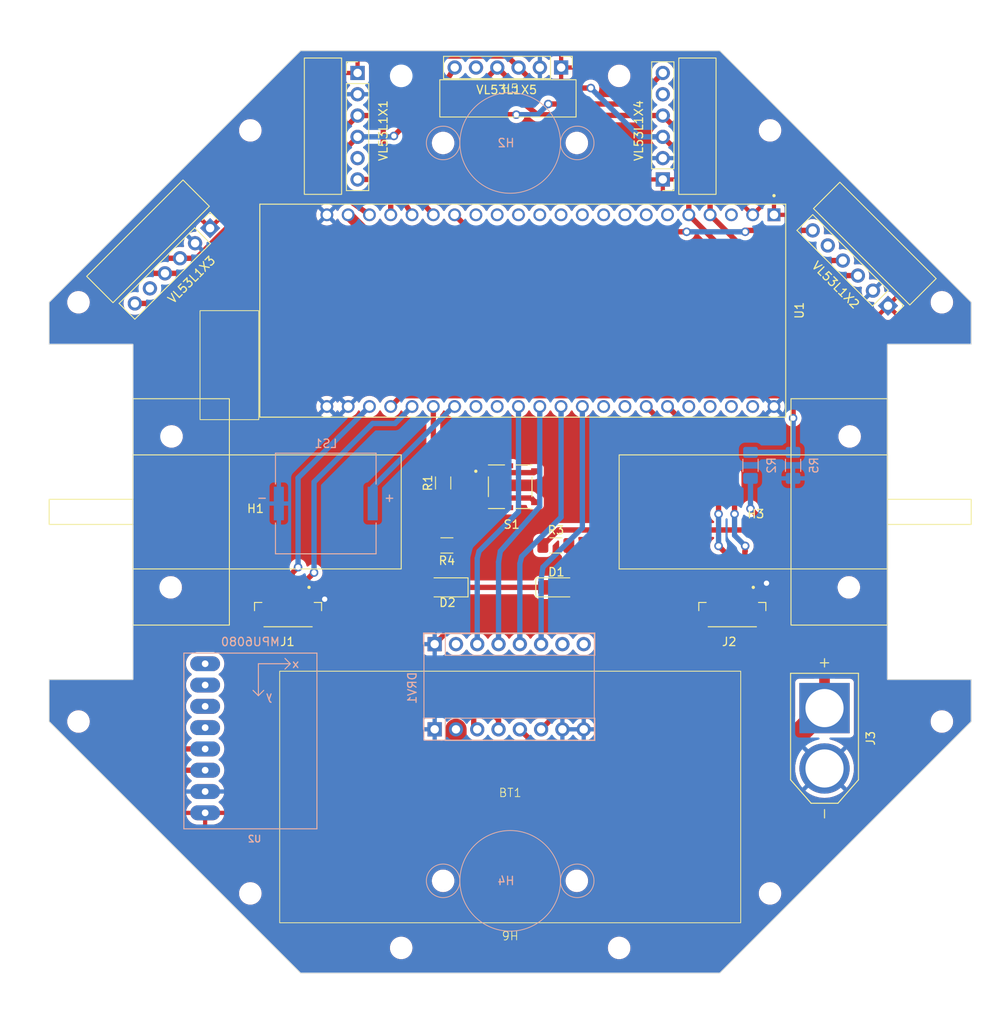
<source format=kicad_pcb>
(kicad_pcb (version 20240108) (generator "pcbnew") (generator_version "8.0")
  (layers (0 "F.Cu" signal) (31 "B.Cu" signal) (34 "B.Paste" user) (35 "F.Paste" user) (36 "B.SilkS" user "B.Silkscreen") (37 "F.SilkS" user "F.Silkscreen") (38 "B.Mask" user) (39 "F.Mask" user) (44 "Edge.Cuts" user))
  (net 0 "")
  (net 1 "GND")
  (net 2 "Net-(D1-A)")
  (net 3 "Net-(D2-A)")
  (net 4 "ENC_L2")
  (net 5 "ENC_L1")
  (net 6 "+3.3V")
  (net 7 "MOT_L2")
  (net 8 "MOT_L1")
  (net 10 "ENC_R2")
  (net 11 "ENC_R1")
  (net 12 "MOT_R2")
  (net 13 "MOT_R1")
  (net 15 "+BATT")
  (net 16 "buzzer")
  (net 17 "Vmes")
  (net 18 "SCL")
  (net 19 "SDA")
  (net 21 "XSHUT_L")
  (net 23 "XSHUT_FR")
  (net 25 "XSHUT_FL")
  (net 27 "XSHUT_R")
  (net 28 "XSHUT_F")
  (net 30 "DRV_L1")
  (net 31 "DRV_L2")
  (net 32 "DRV_R1")
  (net 33 "DRV_R2")
  (net 37 "button")
  (net 57 "Net-(S1-PadG1)")
  (footprint "footprints:JST_SH_6pins" (layer "F.Cu") (at 98.500006 108.000013 180)
    (property "Reference" "J1" (at 0.075006 -2.489987 0) (layer "F.SilkS"))
    (property "Value" "Left motor")
    (pad "1" smd rect (at -2.5 2.525 180) (size 0.6 1.55) (layers "F.Cu" "F.Paste" "F.Mask") (net 1 "GND"))
    (pad "2" smd rect (at -1.5 2.525 180) (size 0.6 1.55) (layers "F.Cu" "F.Paste" "F.Mask") (net 4 "ENC_L2"))
    (pad "3" smd rect (at -0.5 2.525 180) (size 0.6 1.55) (layers "F.Cu" "F.Paste" "F.Mask") (net 5 "ENC_L1"))
    (pad "4" smd rect (at 0.5 2.525 180) (size 0.6 1.55) (layers "F.Cu" "F.Paste" "F.Mask") (net 6 "+3.3V"))
    (pad "5" smd rect (at 1.5 2.525 180) (size 0.6 1.55) (layers "F.Cu" "F.Paste" "F.Mask") (net 7 "MOT_L2"))
    (pad "6" smd rect (at 2.5 2.525 180) (size 0.6 1.55) (layers "F.Cu" "F.Paste" "F.Mask") (net 8 "MOT_L1"))
    (pad "S1" smd rect (at -3.8 0 180) (size 1.2 1.8) (layers "F.Cu" "F.Paste" "F.Mask"))
    (pad "S2" smd rect (at 3.8 0 180) (size 1.2 1.8) (layers "F.Cu" "F.Paste" "F.Mask"))
  )
  (footprint "footprints:Micromouse_bumper" (layer "F.Cu") (at 125 40)
    (property "Reference" "H5" (at 0 4.5 0) (layer "F.SilkS") (effects (font (thickness 0.1))))
    (property "Value" "Bumper_front")
    (pad "" np_thru_hole circle (at -51.5 30) (size 2.2 2.2) (drill 2.2) (layers "*.Cu" "*.Mask"))
    (pad "" np_thru_hole circle (at -31 9.5) (size 2.2 2.2) (drill 2.2) (layers "*.Cu" "*.Mask"))
    (pad "" np_thru_hole circle (at -13 3) (size 2.2 2.2) (drill 2.2) (layers "*.Cu" "*.Mask"))
    (pad "" np_thru_hole circle (at 13 3) (size 2.2 2.2) (drill 2.2) (layers "*.Cu" "*.Mask"))
    (pad "" np_thru_hole circle (at 31 9.5) (size 2.2 2.2) (drill 2.2) (layers "*.Cu" "*.Mask"))
    (pad "" np_thru_hole circle (at 51.5 30) (size 2.2 2.2) (drill 2.2) (layers "*.Cu" "*.Mask"))
  )
  (footprint "footprints:TinyTronics_VL53L1X_header_front" (layer "F.Cu") (at 131.08 42 -90)
    (property "Reference" "VL53L1X5" (at 2.667 6.5 0) (layer "F.SilkS"))
    (property "Value" "Front")
    (pad "1" thru_hole rect (at 0 0 270) (size 1.7 1.7) (drill 1) (layers "*.Cu" "*.Mask") (net 6 "+3.3V"))
    (pad "2" thru_hole oval (at 0 2.54 270) (size 1.7 1.7) (drill 1) (layers "*.Cu" "*.Mask") (net 1 "GND"))
    (pad "3" thru_hole oval (at 0 5.08 270) (size 1.7 1.7) (drill 1) (layers "*.Cu" "*.Mask") (net 18 "SCL"))
    (pad "4" thru_hole oval (at 0 7.62 270) (size 1.7 1.7) (drill 1) (layers "*.Cu" "*.Mask") (net 19 "SDA"))
    (pad "5" thru_hole oval (at 0 10.16 270) (size 1.7 1.7) (drill 1) (layers "*.Cu" "*.Mask"))
    (pad "6" thru_hole oval (at 0 12.7 270) (size 1.7 1.7) (drill 1) (layers "*.Cu" "*.Mask") (net 28 "XSHUT_F"))
  )
  (footprint "footprints:Polulu_Micro_Gearmotor" (layer "F.Cu") (at 91.499995 94.999988 180)
    (property "Reference" "H1" (at -3.115 0.385 0) (layer "F.SilkS"))
    (property "Value" "Motor_holes")
    (pad "" np_thru_hole circle (at 6.9 9 180) (size 2.2 2.2) (drill 2.2) (layers "*.Cu" "*.Mask"))
    (pad "" np_thru_hole circle (at 7 -9 180) (size 2.2 2.2) (drill 2.2) (layers "*.Cu" "*.Mask"))
  )
  (footprint "footprints:TinyTronics_VL53L1X" (layer "F.Cu") (at 143.207511 55.350004 180)
    (property "Reference" "VL53L1X4" (at 2.8725 5.82 90) (layer "F.SilkS"))
    (property "Value" "Right")
    (pad "1" thru_hole rect (at 0 0 180) (size 1.7 1.7) (drill 1) (layers "*.Cu" "*.Mask") (net 6 "+3.3V"))
    (pad "2" thru_hole oval (at 0 2.54 180) (size 1.7 1.7) (drill 1) (layers "*.Cu" "*.Mask") (net 1 "GND"))
    (pad "3" thru_hole oval (at 0 5.08 180) (size 1.7 1.7) (drill 1) (layers "*.Cu" "*.Mask") (net 18 "SCL"))
    (pad "4" thru_hole oval (at 0 7.62 180) (size 1.7 1.7) (drill 1) (layers "*.Cu" "*.Mask") (net 19 "SDA"))
    (pad "5" thru_hole oval (at 0 10.16 180) (size 1.7 1.7) (drill 1) (layers "*.Cu" "*.Mask"))
    (pad "6" thru_hole oval (at 0 12.7 180) (size 1.7 1.7) (drill 1) (layers "*.Cu" "*.Mask") (net 27 "XSHUT_R"))
  )
  (footprint "footprints:LiPo_2S1P_Battery" (layer "F.Cu") (at 125 129)
    (property "Reference" "BT1" (at 0 -0.5 0) (layer "F.SilkS") (effects (font (thickness 0.1))))
    (property "Value" "Battery")
  )
  (footprint "footprints:Polulu_Micro_Gearmotor" (layer "F.Cu") (at 158.499988 94.999988)
    (property "Reference" "H3" (at -4.195 0.25 0) (layer "F.SilkS"))
    (property "Value" "Motor_holes")
    (pad "" np_thru_hole circle (at 6.9 9) (size 2.2 2.2) (drill 2.2) (layers "*.Cu" "*.Mask"))
    (pad "" np_thru_hole circle (at 7 -9) (size 2.2 2.2) (drill 2.2) (layers "*.Cu" "*.Mask"))
  )
  (footprint "LED_SMD:LED_1206_3216Metric_Pad1.42x1.75mm_HandSolder" (layer "F.Cu") (at 117.5125 104 180)
    (property "Reference" "D2" (at 0 -1.82 180) (layer "F.SilkS"))
    (property "Value" "LED_3V3")
    (pad "1" smd roundrect (at -1.4875 0 180) (size 1.425 1.75) (layers "F.Cu" "F.Paste" "F.Mask") (roundrect_rratio 0.175439) (net 1 "GND"))
    (pad "2" smd roundrect (at 1.4875 0 180) (size 1.425 1.75) (layers "F.Cu" "F.Paste" "F.Mask") (roundrect_rratio 0.175439) (net 3 "Net-(D2-A)"))
  )
  (footprint "footprints:JST_SH_6pins" (layer "F.Cu") (at 151.500002 108.000013 180)
    (property "Reference" "J2" (at 0.370002 -2.489987 0) (layer "F.SilkS"))
    (property "Value" "Right motor")
    (pad "1" smd rect (at -2.5 2.525 180) (size 0.6 1.55) (layers "F.Cu" "F.Paste" "F.Mask") (net 1 "GND"))
    (pad "2" smd rect (at -1.5 2.525 180) (size 0.6 1.55) (layers "F.Cu" "F.Paste" "F.Mask") (net 10 "ENC_R2"))
    (pad "3" smd rect (at -0.5 2.525 180) (size 0.6 1.55) (layers "F.Cu" "F.Paste" "F.Mask") (net 11 "ENC_R1"))
    (pad "4" smd rect (at 0.5 2.525 180) (size 0.6 1.55) (layers "F.Cu" "F.Paste" "F.Mask") (net 6 "+3.3V"))
    (pad "5" smd rect (at 1.5 2.525 180) (size 0.6 1.55) (layers "F.Cu" "F.Paste" "F.Mask") (net 12 "MOT_R2"))
    (pad "6" smd rect (at 2.5 2.525 180) (size 0.6 1.55) (layers "F.Cu" "F.Paste" "F.Mask") (net 13 "MOT_R1"))
    (pad "S1" smd rect (at -3.8 0 180) (size 1.2 1.8) (layers "F.Cu" "F.Paste" "F.Mask"))
    (pad "S2" smd rect (at 3.8 0 180) (size 1.2 1.8) (layers "F.Cu" "F.Paste" "F.Mask"))
  )
  (footprint "Resistor_SMD:R_1206_3216Metric_Pad1.30x1.75mm_HandSolder" (layer "F.Cu") (at 117 91.55 90)
    (property "Reference" "R1" (at 0 -1.82 270) (layer "F.SilkS"))
    (property "Value" "20k")
    (pad "1" smd roundrect (at -1.55 0 90) (size 1.3 1.75) (layers "F.Cu" "F.Paste" "F.Mask") (roundrect_rratio 0.192308) (net 6 "+3.3V"))
    (pad "2" smd roundrect (at 1.55 0 90) (size 1.3 1.75) (layers "F.Cu" "F.Paste" "F.Mask") (roundrect_rratio 0.192308) (net 37 "button"))
  )
  (footprint "footprints:SW_PTS526_SMG15_SMTR2_LFS" (layer "F.Cu") (at 125 92)
    (property "Reference" "S1" (at 0.175 4.500012 0) (layer "F.SilkS"))
    (property "Value" "PTS526_SMG15_SMTR2_LFS")
    (pad "1" smd rect (at -3 -1.85) (size 1 0.7) (layers "F.Cu" "F.Paste" "F.Mask") (net 37 "button"))
    (pad "2" smd rect (at 3 -1.85) (size 1 0.7) (layers "F.Cu" "F.Paste" "F.Mask") (net 37 "button"))
    (pad "3" smd rect (at -3 1.85) (size 1 0.7) (layers "F.Cu" "F.Paste" "F.Mask") (net 1 "GND"))
    (pad "4" smd rect (at 3 1.85) (size 1 0.7) (layers "F.Cu" "F.Paste" "F.Mask") (net 1 "GND"))
    (pad "G1" smd rect (at 0 -2.5) (size 0.7 0.6) (layers "F.Cu" "F.Paste" "F.Mask") (net 57 "Net-(S1-PadG1)"))
    (pad "G2" smd rect (at 0 2.5) (size 0.7 0.6) (layers "F.Cu" "F.Paste" "F.Mask") (net 57 "Net-(S1-PadG1)"))
  )
  (footprint "footprints:TinyTronics_VL53L1X" (layer "F.Cu") (at 170.071542 70.408724 -135)
    (property "Reference" "VL53L1X2" (at 2.671331 6.155546 135) (layer "F.SilkS"))
    (property "Value" "Front-right")
    (pad "1" thru_hole rect (at 0 0 225) (size 1.7 1.7) (drill 1) (layers "*.Cu" "*.Mask") (net 6 "+3.3V"))
    (pad "2" thru_hole oval (at 0 2.54 225) (size 1.7 1.7) (drill 1) (layers "*.Cu" "*.Mask") (net 1 "GND"))
    (pad "3" thru_hole oval (at 0 5.079999 225) (size 1.7 1.7) (drill 1) (layers "*.Cu" "*.Mask") (net 18 "SCL"))
    (pad "4" thru_hole oval (at 0 7.62 225) (size 1.7 1.7) (drill 1) (layers "*.Cu" "*.Mask") (net 19 "SDA"))
    (pad "5" thru_hole oval (at 0 10.16 225) (size 1.7 1.7) (drill 1) (layers "*.Cu" "*.Mask"))
    (pad "6" thru_hole oval (at 0 12.7 225) (size 1.7 1.7) (drill 1) (layers "*.Cu" "*.Mask") (net 23 "XSHUT_FR"))
  )
  (footprint "footprints:Micromouse_bumper" (layer "F.Cu") (at 125 150 180)
    (property "Reference" "H6" (at 0 4.5 180) (layer "F.SilkS") (effects (font (thickness 0.1))))
    (property "Value" "Bumper_back")
    (pad "" np_thru_hole circle (at -51.5 30 180) (size 2.2 2.2) (drill 2.2) (layers "*.Cu" "*.Mask"))
    (pad "" np_thru_hole circle (at -31 9.5 180) (size 2.2 2.2) (drill 2.2) (layers "*.Cu" "*.Mask"))
    (pad "" np_thru_hole circle (at -13 3 180) (size 2.2 2.2) (drill 2.2) (layers "*.Cu" "*.Mask"))
    (pad "" np_thru_hole circle (at 13 3 180) (size 2.2 2.2) (drill 2.2) (layers "*.Cu" "*.Mask"))
    (pad "" np_thru_hole circle (at 31 9.5 180) (size 2.2 2.2) (drill 2.2) (layers "*.Cu" "*.Mask"))
    (pad "" np_thru_hole circle (at 51.5 30 180) (size 2.2 2.2) (drill 2.2) (layers "*.Cu" "*.Mask"))
  )
  (footprint "footprints:TinyTronics_VL53L1X" (layer "F.Cu") (at 89.201219 61.15845 -45)
    (property "Reference" "VL53L1X3" (at 2.789771 5.909826 45) (layer "F.SilkS"))
    (property "Value" "Front-left")
    (pad "1" thru_hole rect (at 0 0 315) (size 1.7 1.7) (drill 1) (layers "*.Cu" "*.Mask") (net 6 "+3.3V"))
    (pad "2" thru_hole oval (at 0 2.54 315) (size 1.7 1.7) (drill 1) (layers "*.Cu" "*.Mask") (net 1 "GND"))
    (pad "3" thru_hole oval (at 0 5.079999 315) (size 1.7 1.7) (drill 1) (layers "*.Cu" "*.Mask") (net 18 "SCL"))
    (pad "4" thru_hole oval (at 0 7.62 315) (size 1.7 1.7) (drill 1) (layers "*.Cu" "*.Mask") (net 19 "SDA"))
    (pad "5" thru_hole oval (at 0 10.16 315) (size 1.7 1.7) (drill 1) (layers "*.Cu" "*.Mask"))
    (pad "6" thru_hole oval (at 0 12.7 315) (size 1.7 1.7) (drill 1) (layers "*.Cu" "*.Mask") (net 25 "XSHUT_FL"))
  )
  (footprint "LED_SMD:LED_1206_3216Metric_Pad1.42x1.75mm_HandSolder" (layer "F.Cu") (at 130.5125 104)
    (property "Reference" "D1" (at 0 -1.82 0) (layer "F.SilkS"))
    (property "Value" "LED_VBAT")
    (pad "1" smd roundrect (at -1.4875 0) (size 1.425 1.75) (layers "F.Cu" "F.Paste" "F.Mask") (roundrect_rratio 0.175439) (net 1 "GND"))
    (pad "2" smd roundrect (at 1.4875 0) (size 1.425 1.75) (layers "F.Cu" "F.Paste" "F.Mask") (roundrect_rratio 0.175439) (net 2 "Net-(D1-A)"))
  )
  (footprint "Resistor_SMD:R_1206_3216Metric_Pad1.30x1.75mm_HandSolder" (layer "F.Cu") (at 117.45 99 180)
    (property "Reference" "R4" (at 0 -1.82 180) (layer "F.SilkS"))
    (property "Value" "220")
    (pad "1" smd roundrect (at -1.55 0 180) (size 1.3 1.75) (layers "F.Cu" "F.Paste" "F.Mask") (roundrect_rratio 0.192308) (net 6 "+3.3V"))
    (pad "2" smd roundrect (at 1.55 0 180) (size 1.3 1.75) (layers "F.Cu" "F.Paste" "F.Mask") (roundrect_rratio 0.192308) (net 3 "Net-(D2-A)"))
  )
  (footprint "footprints:AMASS_XT60-M" (layer "F.Cu") (at 162.500005 122.00001 -90)
    (property "Reference" "J3" (at -0.00001 -5.499995 90) (layer "F.SilkS"))
    (property "Value" "XT60-M")
    (pad "N" thru_hole circle (at 3.6 0 270) (size 6 6) (drill 4.55) (layers "*.Cu" "*.Mask") (net 1 "GND"))
    (pad "P" thru_hole rect (at -3.6 0 270) (size 6 6) (drill 4.55) (layers "*.Cu" "*.Mask") (net 15 "+BATT"))
  )
  (footprint "Resistor_SMD:R_1206_3216Metric_Pad1.30x1.75mm_HandSolder" (layer "F.Cu") (at 130.45 99)
    (property "Reference" "R3" (at 0 -1.82 0) (layer "F.SilkS"))
    (property "Value" "220")
    (pad "1" smd roundrect (at -1.55 0) (size 1.3 1.75) (layers "F.Cu" "F.Paste" "F.Mask") (roundrect_rratio 0.192308) (net 15 "+BATT"))
    (pad "2" smd roundrect (at 1.55 0) (size 1.3 1.75) (layers "F.Cu" "F.Paste" "F.Mask") (roundrect_rratio 0.192308) (net 2 "Net-(D1-A)"))
  )
  (footprint "footprints:TinyTronics_VL53L1X" (layer "F.Cu") (at 106.792497 42.650004)
    (property "Reference" "VL53L1X1" (at 3.0625 6.88 90) (layer "F.SilkS"))
    (property "Value" "Left")
    (pad "1" thru_hole rect (at 0 0) (size 1.7 1.7) (drill 1) (layers "*.Cu" "*.Mask") (net 6 "+3.3V"))
    (pad "2" thru_hole oval (at 0 2.54) (size 1.7 1.7) (drill 1) (layers "*.Cu" "*.Mask") (net 1 "GND"))
    (pad "3" thru_hole oval (at 0 5.08) (size 1.7 1.7) (drill 1) (layers "*.Cu" "*.Mask") (net 18 "SCL"))
    (pad "4" thru_hole oval (at 0 7.62) (size 1.7 1.7) (drill 1) (layers "*.Cu" "*.Mask") (net 19 "SDA"))
    (pad "5" thru_hole oval (at 0 10.16) (size 1.7 1.7) (drill 1) (layers "*.Cu" "*.Mask"))
    (pad "6" thru_hole oval (at 0 12.7) (size 1.7 1.7) (drill 1) (layers "*.Cu" "*.Mask") (net 21 "XSHUT_L"))
  )
  (footprint "footprints:XCVR_ESP32-S3-DEVKITC-1U-N8R2" (layer "F.Cu") (at 126.5 71 -90)
    (property "Reference" "U1" (at -0.025 -33 90) (layer "F.SilkS"))
    (property "Value" "ESP32-S3-DEVKITC-1U-N8R2")
    (pad "J1_1" thru_hole rect (at -11.43 -29.97 270) (size 1.53 1.53) (drill 1.02) (layers "*.Cu" "*.Mask") (net 6 "+3.3V"))
    (pad "J1_2" thru_hole circle (at -11.43 -27.43 270) (size 1.53 1.53) (drill 1.02) (layers "*.Cu" "*.Mask") (net 6 "+3.3V"))
    (pad "J1_3" thru_hole circle (at -11.43 -24.89 270) (size 1.53 1.53) (drill 1.02) (layers "*.Cu" "*.Mask"))
    (pad "J1_4" thru_hole circle (at -11.43 -22.35 270) (size 1.53 1.53) (drill 1.02) (layers "*.Cu" "*.Mask") (net 19 "SDA"))
    (pad "J1_5" thru_hole circle (at -11.43 -19.81 270) (size 1.53 1.53) (drill 1.02) (layers "*.Cu" "*.Mask") (net 18 "SCL"))
    (pad "J1_6" thru_hole circle (at -11.43 -17.27 270) (size 1.53 1.53) (drill 1.02) (layers "*.Cu" "*.Mask"))
    (pad "J1_7" thru_hole circle (at -11.43 -14.73 270) (size 1.53 1.53) (drill 1.02) (layers "*.Cu" "*.Mask"))
    (pad "J1_8" thru_hole circle (at -11.43 -12.19 270) (size 1.53 1.53) (drill 1.02) (layers "*.Cu" "*.Mask"))
    (pad "J1_9" thru_hole circle (at -11.43 -9.65 270) (size 1.53 1.53) (drill 1.02) (layers "*.Cu" "*.Mask"))
    (pad "J1_10" thru_hole circle (at -11.43 -7.11 270) (size 1.53 1.53) (drill 1.02) (layers "*.Cu" "*.Mask"))
    (pad "J1_11" thru_hole circle (at -11.43 -4.57 270) (size 1.53 1.53) (drill 1.02) (layers "*.Cu" "*.Mask"))
    (pad "J1_12" thru_hole circle (at -11.43 -2.03 270) (size 1.53 1.53) (drill 1.02) (layers "*.Cu" "*.Mask"))
    (pad "J1_13" thru_hole circle (at -11.43 0.51 270) (size 1.53 1.53) (drill 1.02) (layers "*.Cu" "*.Mask"))
    (pad "J1_14" thru_hole circle (at -11.43 3.05 270) (size 1.53 1.53) (drill 1.02) (layers "*.Cu" "*.Mask"))
    (pad "J1_15" thru_hole circle (at -11.43 5.59 270) (size 1.53 1.53) (drill 1.02) (layers "*.Cu" "*.Mask"))
    (pad "J1_16" thru_hole circle (at -11.43 8.13 270) (size 1.53 1.53) (drill 1.02) (layers "*.Cu" "*.Mask") (net 23 "XSHUT_FR"))
    (pad "J1_17" thru_hole circle (at -11.43 10.67 270) (size 1.53 1.53) (drill 1.02) (layers "*.Cu" "*.Mask") (net 27 "XSHUT_R"))
    (pad "J1_18" thru_hole circle (at -11.43 13.21 270) (size 1.53 1.53) (drill 1.02) (layers "*.Cu" "*.Mask") (net 28 "XSHUT_F"))
    (pad "J1_19" thru_hole circle (at -11.43 15.75 270) (size 1.53 1.53) (drill 1.02) (layers "*.Cu" "*.Mask") (net 21 "XSHUT_L"))
    (pad "J1_20" thru_hole circle (at -11.43 18.29 270) (size 1.53 1.53) (drill 1.02) (layers "*.Cu" "*.Mask") (net 25 "XSHUT_FL"))
    (pad "J1_21" thru_hole circle (at -11.43 20.83 270) (size 1.53 1.53) (drill 1.02) (layers "*.Cu" "*.Mask") (net 15 "+BATT"))
    (pad "J1_22" thru_hole circle (at -11.43 23.37 270) (size 1.53 1.53) (drill 1.02) (layers "*.Cu" "*.Mask") (net 1 "GND"))
    (pad "J3_1" thru_hole circle (at 11.43 -29.97 270) (size 1.53 1.53) (drill 1.02) (layers "*.Cu" "*.Mask") (net 1 "GND"))
    (pad "J3_2" thru_hole circle (at 11.43 -27.43 270) (size 1.53 1.53) (drill 1.02) (layers "*.Cu" "*.Mask"))
    (pad "J3_3" thru_hole circle (at 11.43 -24.89 270) (size 1.53 1.53) (drill 1.02) (layers "*.Cu" "*.Mask"))
    (pad "J3_4" thru_hole circle (at 11.43 -22.35 270) (size 1.53 1.53) (drill 1.02) (layers "*.Cu" "*.Mask"))
    (pad "J3_5" thru_hole circle (at 11.43 -19.81 270) (size 1.53 1.53) (drill 1.02) (layers "*.Cu" "*.Mask"))
    (pad "J3_6" thru_hole circle (at 11.43 -17.27 270) (size 1.53 1.53) (drill 1.02) (layers "*.Cu" "*.Mask") (net 10 "ENC_R2"))
    (pad "J3_7" thru_hole circle (at 11.43 -14.73 270) (size 1.53 1.53) (drill 1.02) (layers "*.Cu" "*.Mask") (net 11 "ENC_R1"))
    (pad "J3_8" thru_hole circle (at 11.43 -12.19 270) (size 1.53 1.53) (drill 1.02) (layers "*.Cu" "*.Mask"))
    (pad "J3_9" thru_hole circle (at 11.43 -9.65 270) (size 1.53 1.53) (drill 1.02) (layers "*.Cu" "*.Mask"))
    (pad "J3_10" thru_hole circle (at 11.43 -7.11 270) (size 1.53 1.53) (drill 1.02) (layers "*.Cu" "*.Mask") (net 32 "DRV_R1"))
    (pad "J3_11" thru_hole circle (at 11.43 -4.57 270) (size 1.53 1.53) (drill 1.02) (layers "*.Cu" "*.Mask") (net 33 "DRV_R2"))
    (pad "J3_12" thru_hole circle (at 11.43 -2.03 270) (size 1.53 1.53) (drill 1.02) (layers "*.Cu" "*.Mask") (net 31 "DRV_L2"))
    (pad "J3_13" thru_hole circle (at 11.43 0.51 270) (size 1.53 1.53) (drill 1.02) (layers "*.Cu" "*.Mask") (net 30 "DRV_L1"))
    (pad "J3_14" thru_hole circle (at 11.43 3.05 270) (size 1.53 1.53) (drill 1.02) (layers "*.Cu" "*.Mask"))
    (pad "J3_15" thru_hole circle (at 11.43 5.59 270) (size 1.53 1.53) (drill 1.02) (layers "*.Cu" "*.Mask"))
    (pad "J3_16" thru_hole circle (at 11.43 8.13 270) (size 1.53 1.53) (drill 1.02) (layers "*.Cu" "*.Mask") (net 16 "buzzer"))
    (pad "J3_17" thru_hole circle (at 11.43 10.67 270) (size 1.53 1.53) (drill 1.02) (layers "*.Cu" "*.Mask") (net 37 "button"))
    (pad "J3_18" thru_hole circle (at 11.43 13.21 270) (size 1.53 1.53) (drill 1.02) (layers "*.Cu" "*.Mask") (net 4 "ENC_L2"))
    (pad "J3_19" thru_hole circle (at 11.43 15.75 270) (size 1.53 1.53) (drill 1.02) (layers "*.Cu" "*.Mask") (net 17 "Vmes"))
    (pad "J3_20" thru_hole circle (at 11.43 18.29 270) (size 1.53 1.53) (drill 1.02) (layers "*.Cu" "*.Mask") (net 5 "ENC_L1"))
    (pad "J3_21" thru_hole circle (at 11.43 20.83 270) (size 1.53 1.53) (drill 1.02) (layers "*.Cu" "*.Mask") (net 1 "GND"))
    (pad "J3_22" thru_hole circle (at 11.43 23.37 270) (size 1.53 1.53) (drill 1.02) (layers "*.Cu" "*.Mask") (net 1 "GND"))
  )
  (footprint "footprints:GY-521" (layer "B.Cu") (at 97.5 122)
    (property "Reference" "U2" (at -3 12 0) (layer "B.SilkS") (effects (font (size 0.787402 0.787402)) (justify mirror)))
    (property "Value" "GY-521")
    (fp_text user "MPU6080" (at -3.5 -11.5 0) (layer "B.SilkS") (effects (justify mirror)))
    (fp_text user "x" (at 1.905 -8.89 0) (layer "B.SilkS") (effects (justify mirror)))
    (fp_text user "y" (at -1.27 -5.08 0) (layer "B.SilkS") (effects (justify mirror)))
    (pad "ADO" thru_hole oval (at -8.89 -6.35) (size 3.556 1.778) (drill 0.8) (layers "*.Cu" "*.Mask"))
    (pad "GND" thru_hole oval (at -8.89 6.35) (size 3.556 1.778) (drill 0.8) (layers "*.Cu" "*.Mask") (net 1 "GND"))
    (pad "INT" thru_hole oval (at -8.89 -8.89) (size 3.556 1.778) (drill 0.8) (layers "*.Cu" "*.Mask"))
    (pad "SCL" thru_hole oval (at -8.89 3.81) (size 3.556 1.778) (drill 0.8) (layers "*.Cu" "*.Mask") (net 18 "SCL"))
    (pad "SDA" thru_hole oval (at -8.89 1.27) (size 3.556 1.778) (drill 0.8) (layers "*.Cu" "*.Mask") (net 19 "SDA"))
    (pad "VCC" thru_hole oval (at -8.89 8.89) (size 3.556 1.778) (drill 0.8) (layers "*.Cu" "*.Mask") (net 6 "+3.3V"))
    (pad "XCL" thru_hole oval (at -8.89 -3.81) (size 3.556 1.778) (drill 0.8) (layers "*.Cu" "*.Mask"))
    (pad "XDA" thru_hole oval (at -8.89 -1.27) (size 3.556 1.778) (drill 0.8) (layers "*.Cu" "*.Mask"))
  )
  (footprint "Resistor_SMD:R_1206_3216Metric_Pad1.30x1.75mm_HandSolder" (layer "B.Cu") (at 158.75 89.45 -90)
    (property "Reference" "R5" (at 0 -2.5 90) (layer "B.SilkS") (effects (justify mirror)))
    (property "Value" "1k")
    (pad "1" smd roundrect (at -1.55 0 270) (size 1.3 1.75) (layers "B.Cu" "B.Paste" "B.Mask") (roundrect_rratio 0.192308) (net 17 "Vmes"))
    (pad "2" smd roundrect (at 1.55 0 270) (size 1.3 1.75) (layers "B.Cu" "B.Paste" "B.Mask") (roundrect_rratio 0.192308) (net 1 "GND"))
  )
  (footprint "footprints:caster_wheel_custom" (layer "B.Cu") (at 125 51 180)
    (property "Reference" "H2" (at 0.5 0 0) (layer "B.SilkS") (effects (justify mirror)))
    (property "Value" "Caster_wheel_holes")
    (pad "" np_thru_hole circle (at -7.95 0 180) (size 2.2 2.2) (drill 2.2) (layers "*.Cu" "*.Mask"))
    (pad "" np_thru_hole circle (at 8 0 180) (size 2.2 2.2) (drill 2.2) (layers "*.Cu" "*.Mask"))
  )
  (footprint "footprints:caster_wheel_custom" (layer "B.Cu") (at 125 139 180)
    (property "Reference" "H4" (at 0.5 0 0) (layer "B.SilkS") (effects (justify mirror)))
    (property "Value" "Caster_wheel_holes")
    (pad "" np_thru_hole circle (at -7.95 0 180) (size 2.2 2.2) (drill 2.2) (layers "*.Cu" "*.Mask"))
    (pad "" np_thru_hole circle (at 8 0 180) (size 2.2 2.2) (drill 2.2) (layers "*.Cu" "*.Mask"))
  )
  (footprint "footprints:SPKR_PKLCS1212E20A0-R1" (layer "B.Cu") (at 103 94 180)
    (property "Reference" "LS1" (at -0.01 7.135 180) (layer "B.SilkS") (effects (justify mirror)))
    (property "Value" "PKLCS1212E20A0-R1")
    (fp_text user "+" (at -7.6 0.7 180) (layer "B.SilkS") (effects (justify mirror)))
    (fp_text user "-" (at 7.6 0.7 180) (layer "B.SilkS") (effects (justify mirror)))
    (pad "N" smd rect (at 5.6 0 180) (size 1.2 4) (layers "B.Cu" "B.Paste" "B.Mask") (net 1 "GND"))
    (pad "P" smd rect (at -5.6 0 180) (size 1.2 4) (layers "B.Cu" "B.Paste" "B.Mask") (net 16 "buzzer"))
  )
  (footprint "Resistor_SMD:R_1206_3216Metric_Pad1.30x1.75mm_HandSolder" (layer "B.Cu") (at 153.67 89.45 90)
    (property "Reference" "R2" (at 0 2.5 270) (layer "B.SilkS") (effects (justify mirror)))
    (property "Value" "10k")
    (pad "1" smd roundrect (at -1.55 0 90) (size 1.3 1.75) (layers "B.Cu" "B.Paste" "B.Mask") (roundrect_rratio 0.192308) (net 15 "+BATT"))
    (pad "2" smd roundrect (at 1.55 0 90) (size 1.3 1.75) (layers "B.Cu" "B.Paste" "B.Mask") (roundrect_rratio 0.192308) (net 17 "Vmes"))
  )
  (footprint "footprints:Polulu_DRV8833" (layer "B.Cu") (at 125 116 -90)
    (property "Reference" "DRV1" (at 0 11.684 90) (layer "B.SilkS") (effects (justify mirror)))
    (property "Value" "DRV8833")
    (pad "1" thru_hole rect (at -5.228999 9.008999 270) (size 1.7 1.7) (drill 1) (layers "*.Cu" "*.Mask") (net 1 "GND"))
    (pad "2" thru_hole oval (at -5.229 6.469 270) (size 1.7 1.7) (drill 1) (layers "*.Cu" "*.Mask"))
    (pad "3" thru_hole oval (at -5.229 3.929 270) (size 1.7 1.7) (drill 1) (layers "*.Cu" "*.Mask") (net 30 "DRV_L1"))
    (pad "4" thru_hole oval (at -5.229 1.389 270) (size 1.7 1.7) (drill 1) (layers "*.Cu" "*.Mask") (net 31 "DRV_L2"))
    (pad "5" thru_hole oval (at -5.229 -1.151 270) (size 1.7 1.7) (drill 1) (layers "*.Cu" "*.Mask") (net 33 "DRV_R2"))
    (pad "6" thru_hole oval (at -5.229 -3.691 270) (size 1.7 1.7) (drill 1) (layers "*.Cu" "*.Mask") (net 32 "DRV_R1"))
    (pad "7" thru_hole oval (at -5.229 -6.231 270) (size 1.7 1.7) (drill 1) (layers "*.Cu" "*.Mask"))
    (pad "8" thru_hole oval (at -5.229 -8.771 270) (size 1.7 1.7) (drill 1) (layers "*.Cu" "*.Mask"))
    (pad "9" thru_hole rect (at 4.931001 9.008999 270) (size 1.7 1.7) (drill 1) (layers "*.Cu" "*.Mask") (net 1 "GND"))
    (pad "10" thru_hole oval (at 4.931001 6.468999 270) (size 1.7 1.7) (drill 1) (layers "*.Cu" "*.Mask") (net 15 "+BATT"))
    (pad "11" thru_hole oval (at 4.931001 3.928999 270) (size 1.7 1.7) (drill 1) (layers "*.Cu" "*.Mask") (net 8 "MOT_L1"))
    (pad "12" thru_hole oval (at 4.931001 1.389 270) (size 1.7 1.7) (drill 1) (layers "*.Cu" "*.Mask") (net 7 "MOT_L2"))
    (pad "13" thru_hole oval (at 4.931001 -1.151 270) (size 1.7 1.7) (drill 1) (layers "*.Cu" "*.Mask") (net 12 "MOT_R2"))
    (pad "14" thru_hole oval (at 4.931001 -3.691001 270) (size 1.7 1.7) (drill 1) (layers "*.Cu" "*.Mask") (net 13 "MOT_R1"))
    (pad "15" thru_hole oval (at 4.931001 -6.231001 270) (size 1.7 1.7) (drill 1) (layers "*.Cu" "*.Mask") (net 1 "GND"))
    (pad "16" thru_hole oval (at 4.931001 -8.771001 270) (size 1.7 1.7) (drill 1) (layers "*.Cu" "*.Mask") (net 1 "GND"))
  )
  (gr_rect (start 88 71) (end 95 84) (stroke (width 0.1)) (fill none) (layer "F.SilkS"))
  (gr_poly (pts (xy 180 70) (xy 180 75) (xy 170 75) (xy 170 115) (xy 180 115) (xy 180 120) (xy 150 150) (xy 100 150) (xy 70 120) (xy 70 115) (xy 80 115) (xy 80 75) (xy 70 75) (xy 70 70) (xy 100 40) (xy 150 40)) (stroke (width 0.1)) (fill none) (layer "Edge.Cuts"))
  (segment (start 119 104) (end 119 107.762002) (width 0.635) (layer "F.Cu") (net 1))
  (segment (start 123.825 93.345) (end 123.32 93.85) (width 0.635) (layer "F.Cu") (net 1))
  (segment (start 154.000002 105.079998) (end 155.575 103.505) (width 0.635) (layer "F.Cu") (net 1))
  (segment (start 102.804987 105.475013) (end 102.87 105.41) (width 0.635) (layer "F.Cu") (net 1))
  (segment (start 119 107.762002) (end 115.991001 110.771001) (width 0.635) (layer "F.Cu") (net 1))
  (segment (start 154.000002 105.475013) (end 154.000002 105.079998) (width 0.635) (layer "F.Cu") (net 1))
  (segment (start 128 93.85) (end 127.495 93.345) (width 0.635) (layer "F.Cu") (net 1))
  (segment (start 119 104) (end 129.025 104) (width 0.635) (layer "F.Cu") (net 1))
  (segment (start 127.495 93.345) (end 123.825 93.345) (width 0.635) (layer "F.Cu") (net 1))
  (segment (start 123.32 93.85) (end 122 93.85) (width 0.635) (layer "F.Cu") (net 1))
  (segment (start 101.000006 105.475013) (end 102.804987 105.475013) (width 0.635) (layer "F.Cu") (net 1))
  (via (at 155.575 103.505) (size 1.016) (drill 0.635) (layers "F.Cu" "B.Cu") (net 1))
  (via (at 102.87 105.41) (size 1.016) (drill 0.635) (layers "F.Cu" "B.Cu") (net 1))
  (segment (start 132 99) (end 132 104) (width 0.635) (layer "F.Cu") (net 2))
  (segment (start 115.9 103.875) (end 116.025 104) (width 0.635) (layer "F.Cu") (net 3))
  (segment (start 115.9 99) (end 115.9 103.875) (width 0.635) (layer "F.Cu") (net 3))
  (segment (start 100.000006 105.475013) (end 100.000006 103.834994) (width 0.635) (layer "F.Cu") (net 4))
  (segment (start 100.000006 103.834994) (end 101.6 102.235) (width 0.635) (layer "F.Cu") (net 4))
  (via (at 101.6 102.235) (size 1.016) (drill 0.635) (layers "F.Cu" "B.Cu") (net 4))
  (segment (start 108.585 84.455) (end 111.265 84.455) (width 0.635) (layer "B.Cu") (net 4))
  (segment (start 101.6 102.235) (end 101.6 91.44) (width 0.635) (layer "B.Cu") (net 4))
  (segment (start 111.265 84.455) (end 113.29 82.43) (width 0.635) (layer "B.Cu") (net 4))
  (segment (start 101.6 91.44) (end 108.585 84.455) (width 0.635) (layer "B.Cu") (net 4))
  (segment (start 99.000006 102.294994) (end 99.695 101.6) (width 0.635) (layer "F.Cu") (net 5))
  (segment (start 99.000006 105.475013) (end 99.000006 102.294994) (width 0.635) (layer "F.Cu") (net 5))
  (via (at 99.695 101.6) (size 1.016) (drill 0.635) (layers "F.Cu" "B.Cu") (net 5))
  (segment (start 99.695 90.945) (end 108.21 82.43) (width 0.635) (layer "B.Cu") (net 5))
  (segment (start 99.695 101.6) (end 99.695 90.945) (width 0.635) (layer "B.Cu") (net 5))
  (segment (start 117 97) (end 119 99) (width 0.635) (layer "F.Cu") (net 6))
  (segment (start 117 93.1) (end 117 97) (width 0.635) (layer "F.Cu") (net 6))
  (segment (start 107.889993 117.475) (end 97.000006 106.585013) (width 0.635) (layer "F.Cu") (net 7))
  (segment (start 123.611 120.931001) (end 123.611 119.801) (width 0.635) (layer "F.Cu") (net 7))
  (segment (start 97.000006 106.585013) (end 97.000006 105.475013) (width 0.635) (layer "F.Cu") (net 7))
  (segment (start 123.611 119.801) (end 121.285 117.475) (width 0.635) (layer "F.Cu") (net 7))
  (segment (start 121.285 117.475) (end 107.889993 117.475) (width 0.635) (layer "F.Cu") (net 7))
  (segment (start 107.859993 118.745) (end 120.65 118.745) (width 0.635) (layer "F.Cu") (net 8))
  (segment (start 96.000006 106.885013) (end 107.859993 118.745) (width 0.635) (layer "F.Cu") (net 8))
  (segment (start 120.65 120.51) (end 121.071001 120.931001) (width 0.635) (layer "F.Cu") (net 8))
  (segment (start 120.65 118.745) (end 120.65 120.51) (width 0.635) (layer "F.Cu") (net 8))
  (segment (start 96.000006 105.475013) (end 96.000006 106.885013) (width 0.635) (layer "F.Cu") (net 8))
  (segment (start 143.77 82.43) (end 151.765 90.425) (width 0.635) (layer "F.Cu") (net 10))
  (segment (start 153.035 99.06) (end 153.035 99.695) (width 0.635) (layer "F.Cu") (net 10))
  (segment (start 153.000002 99.729998) (end 153.000002 105.475013) (width 0.635) (layer "F.Cu") (net 10))
  (segment (start 153.035 99.695) (end 153.000002 99.729998) (width 0.635) (layer "F.Cu") (net 10))
  (segment (start 151.765 90.425) (end 151.765 95.25) (width 0.635) (layer "F.Cu") (net 10))
  (via (at 153.035 99.06) (size 1.016) (drill 0.635) (layers "F.Cu" "B.Cu") (net 10))
  (via (at 151.765 95.25) (size 1.016) (drill 0.635) (layers "F.Cu" "B.Cu") (net 10))
  (segment (start 151.765 95.25) (end 151.765 97.79) (width 0.635) (layer "B.Cu") (net 10))
  (segment (start 151.765 97.79) (end 153.035 99.06) (width 0.635) (layer "B.Cu") (net 10))
  (segment (start 149.86 91.06) (end 149.86 95.25) (width 0.635) (layer "F.Cu") (net 11))
  (segment (start 141.23 82.43) (end 149.86 91.06) (width 0.635) (layer "F.Cu") (net 11))
  (segment (start 152.000002 101.200002) (end 152.000002 105.475013) (width 0.635) (layer "F.Cu") (net 11))
  (segment (start 149.86 99.06) (end 152.000002 101.200002) (width 0.635) (layer "F.Cu") (net 11))
  (via (at 149.86 95.25) (size 1.016) (drill 0.635) (layers "F.Cu" "B.Cu") (net 11))
  (via (at 149.86 99.06) (size 1.016) (drill 0.635) (layers "F.Cu" "B.Cu") (net 11))
  (segment (start 149.86 95.25) (end 149.86 99.06) (width 0.635) (layer "B.Cu") (net 11))
  (segment (start 147.32 122.555) (end 149.86 120.65) (width 0.635) (layer "F.Cu") (net 12))
  (segment (start 127.774999 122.555) (end 147.32 122.555) (width 0.635) (layer "F.Cu") (net 12))
  (segment (start 149.86 120.65) (end 149.86 107.95) (width 0.635) (layer "F.Cu") (net 12))
  (segment (start 126.151 120.931001) (end 127.774999 122.555) (width 0.635) (layer "F.Cu") (net 12))
  (segment (start 149.86 107.95) (end 150.000002 107.809998) (width 0.635) (layer "F.Cu") (net 12))
  (segment (start 150.000002 107.809998) (end 150.000002 105.475013) (width 0.635) (layer "F.Cu") (net 12))
  (segment (start 130.175 119.447002) (end 128.691001 120.931001) (width 0.635) (layer "F.Cu") (net 13))
  (segment (start 128.691001 120.931001) (end 128.691001 120.863999) (width 0.635) (layer "F.Cu") (net 13))
  (segment (start 137.16 121.285) (end 135.255 119.38) (width 0.635) (layer "F.Cu") (net 13))
  (segment (start 135.255 119.38) (end 130.175 119.38) (width 0.635) (layer "F.Cu") (net 13))
  (segment (start 149.000002 118.334998) (end 146.05 121.285) (width 0.635) (layer "F.Cu") (net 13))
  (segment (start 130.175 119.38) (end 130.175 119.447002) (width 0.635) (layer "F.Cu") (net 13))
  (segment (start 146.05 121.285) (end 137.16 121.285) (width 0.635) (layer "F.Cu") (net 13))
  (segment (start 149.000002 105.475013) (end 149.000002 118.334998) (width 0.635) (layer "F.Cu") (net 13))
  (segment (start 154.305 97.155) (end 162.500005 97.155) (width 0.635) (layer "F.Cu") (net 15))
  (segment (start 118.531001 120.931001) (end 118.531001 122.133082) (width 2.54) (layer "F.Cu") (net 15))
  (segment (start 110.235 64.135) (end 147.32 64.135) (width 1.27) (layer "F.Cu") (net 15))
  (segment (start 130.745 97.155) (end 154.305 97.155) (width 0.635) (layer "F.Cu") (net 15))
  (segment (start 147.32 64.135) (end 162.500005 79.315005) (width 1.27) (layer "F.Cu") (net 15))
  (segment (start 154.305 95.25) (end 153.67 94.615) (width 0.635) (layer "F.Cu") (net 15))
  (segment (start 162.500005 97.155) (end 162.500005 118.40001) (width 1.27) (layer "F.Cu") (net 15))
  (segment (start 118.531001 122.133082) (end 120.740419 124.3425) (width 2.54) (layer "F.Cu") (net 15))
  (segment (start 156.557515 124.3425) (end 162.500005 118.40001) (width 2.54) (layer "F.Cu") (net 15))
  (segment (start 105.67 59.57) (end 110.235 64.135) (width 1.27) (layer "F.Cu") (net 15))
  (segment (start 162.500005 79.315005) (end 162.500005 97.155) (width 1.27) (layer "F.Cu") (net 15))
  (segment (start 154.305 97.155) (end 154.305 95.25) (width 0.635) (layer "F.Cu") (net 15))
  (segment (start 120.740419 124.3425) (end 156.557515 124.3425) (width 2.54) (layer "F.Cu") (net 15))
  (segment (start 128.9 99) (end 130.745 97.155) (width 0.635) (layer "F.Cu") (net 15))
  (via (at 153.67 94.615) (size 1.016) (drill 0.635) (layers "F.Cu" "B.Cu") (net 15))
  (segment (start 153.67 94.615) (end 153.67 91) (width 0.635) (layer "B.Cu") (net 15))
  (segment (start 108.6 92.06) (end 108.6 94) (width 0.635) (layer "B.Cu") (net 16))
  (segment (start 118.23 82.43) (end 108.6 92.06) (width 0.635) (layer "B.Cu") (net 16))
  (segment (start 118.37 82.43) (end 118.23 82.43) (width 0.635) (layer "B.Cu") (net 16))
  (segment (start 112.0325 81.1475) (end 157.3475 81.1475) (width 0.635) (layer "F.Cu") (net 17))
  (segment (start 157.3475 81.1475) (end 158.75 82.55) (width 0.635) (layer "F.Cu") (net 17))
  (segment (start 110.75 82.43) (end 112.0325 81.1475) (width 0.635) (layer "F.Cu") (net 17))
  (segment (start 158.75 82.55) (end 158.75 83.82) (width 0.635) (layer "F.Cu") (net 17))
  (via (at 158.75 83.82) (size 1.016) (drill 0.635) (layers "F.Cu" "B.Cu") (net 17))
  (segment (start 158.75 83.82) (end 158.75 87.9) (width 0.635) (layer "B.Cu") (net 17))
  (segment (start 153.67 87.9) (end 158.75 87.9) (width 0.635) (layer "B.Cu") (net 17))
  (segment (start 146.31 59.57) (end 146.31 53.372493) (width 0.635) (layer "F.Cu") (net 18))
  (segment (start 76.835 73.66) (end 80.01 73.66) (width 0.635) (layer "F.Cu") (net 18))
  (segment (start 85.609117 64.750552) (end 87.543055 64.750552) (width 0.635) (layer "F.Cu") (net 18))
  (segment (start 87.543055 64.750552) (end 99.06 53.34) (width 0.635) (layer "F.Cu") (net 18))
  (segment (start 81.28 123.825) (end 83.265 125.81) (width 0.635) (layer "F.Cu") (net 18))
  (segment (start 81.28 74.93) (end 81.28 123.825) (width 0.635) (layer "F.Cu") (net 18))
  (segment (start 83.675179 64.750552) (end 83.655731 64.77) (width 0.635) (layer "F.Cu") (net 18))
  (segment (start 146.31 53.372493) (end 143.207511 50.270004) (width 0.635) (layer "F.Cu") (net 18))
  (segment (start 153.556622 66.816622) (end 166.47944 66.816622) (width 0.635) (layer "F.Cu") (net 18))
  (segment (start 146.31 59.57) (end 153.556622 66.816622) (width 0.635) (layer "F.Cu") (net 18))
  (segment (start 99.06 53.34) (end 101.182501 53.34) (width 0.635) (layer "F.Cu") (net 18))
  (segment (start 76.2 69.215) (end 76.2 73.025) (width 0.635) (layer "F.Cu") (net 18))
  (segment (start 80.01 73.66) (end 81.28 74.93) (width 0.635) (layer "F.Cu") (net 18))
  (segment (start 108.585 43.18) (end 108.585 47.625) (width 0.635) (layer "F.Cu") (net 18))
  (segment (start 126 42) (end 124.6325 40.6325) (width 0.635) (layer "F.Cu") (net 18))
  (segment (start 83.265 125.81) (end 88.61 125.81) (width 0.635) (layer "F.Cu") (net 18))
  (segment (start 124.6325 40.6325) (end 111.1325 40.6325) (width 0.635) (layer "F.Cu") (net 18))
  (segment (start 83.655731 64.77) (end 80.645 64.77) (width 0.635) (layer "F.Cu") (net 18))
  (segment (start 76.2 73.025) (end 76.835 73.66) (width 0.635) (layer "F.Cu") (net 18))
  (segment (start 80.645 64.77) (end 76.2 69.215) (width 0.635) (layer "F.Cu") (net 18))
  (segment (start 108.479996 47.730004) (end 106.792497 47.730004) (width 0.635) (layer "F.Cu") (net 18))
  (segment (start 111.1325 40.6325) (end 108.585 43.18) (width 0.635) (layer "F.Cu") (net 18))
  (segment (start 128.45 44.45) (end 134.62 44.45) (width 0.635) (layer "F.Cu") (net 18))
  (segment (start 101.182501 53.34) (end 106.792497 47.730004) (width 0.635) (layer "F.Cu") (net 18))
  (segment (start 108.585 47.625) (end 108.479996 47.730004) (width 0.635) (layer "F.Cu") (net 18))
  (segment (start 126 42) (end 128.45 44.45) (width 0.635) (layer "F.Cu") (net 18))
  (segment (start 85.609117 64.750552) (end 83.675179 64.750552) (width 0.635) (layer "F.Cu") (net 18))
  (via (at 134.62 44.45) (size 1.016) (drill 0.635) (layers "F.Cu" "B.Cu") (net 18))
  (segment (start 134.62 44.45) (end 140.440004 50.270004) (width 0.635) (layer "B.Cu") (net 18))
  (segment (start 140.440004 50.270004) (end 143.207511 50.270004) (width 0.635) (layer "B.Cu") (net 18))
  (segment (start 128.27 47.625) (end 125.095 45.085) (width 0.635) (layer "F.Cu") (net 19))
  (segment (start 80.773396 66.546604) (end 77.47 69.85) (width 0.635) (layer "F.Cu") (net 19))
  (segment (start 87.123396 66.546604) (end 99.06 55.245) (width 0.635) (layer "F.Cu") (net 19))
  (segment (start 125.095 45.085) (end 124.46 44.45) (width 0.635) (layer "F.Cu") (net 19))
  (segment (start 124.46 44.45) (end 124.46 43) (width 0.635) (layer "F.Cu") (net 19))
  (segment (start 82.55 75.019132) (end 82.55 121.285) (width 0.635) (layer "F.Cu") (net 19))
  (segment (start 99.06 55.245) (end 103.505 55.245) (width 0.635) (layer "F.Cu") (net 19))
  (segment (start 143.207511 47.730004) (end 139.545004 47.730004) (width 0.635) (layer "F.Cu") (net 19))
  (segment (start 104.775 53.975) (end 104.775 52.07) (width 0.635) (layer "F.Cu") (net 19))
  (segment (start 148.85 59.57) (end 148.85 53.372493) (width 0.635) (layer "F.Cu") (net 19))
  (segment (start 77.905 72.825) (end 80.355868 72.825) (width 0.635) (layer "F.Cu") (net 19))
  (segment (start 105.627501 51.435) (end 106.792497 50.270004) (width 0.635) (layer "F.Cu") (net 19))
  (segment (start 105.41 51.435) (end 105.627501 51.435) (width 0.635) (layer "F.Cu") (net 19))
  (segment (start 83.813065 66.546604) (end 87.123396 66.546604) (width 0.635) (layer "F.Cu") (net 19))
  (segment (start 111.125 50.165) (end 115.57 45.72) (width 0.635) (layer "F.Cu") (net 19))
  (segment (start 119.74 45.72) (end 123.46 42) (width 0.635) (layer "F.Cu") (net 19))
  (segment (start 104.775 52.07) (end 105.41 51.435) (width 0.635) (layer "F.Cu") (net 19))
  (segment (start 82.55 121.285) (end 84.535 123.27) (width 0.635) (layer "F.Cu") (net 19))
  (segment (start 148.85 53.372493) (end 143.207511 47.730004) (width 0.635) (layer "F.Cu") (net 19))
  (segment (start 103.505 55.245) (end 104.775 53.975) (width 0.635) (layer "F.Cu") (net 19))
  (segment (start 115.57 45.72) (end 119.74 45.72) (width 0.635) (layer "F.Cu") (net 19))
  (segment (start 77.47 69.85) (end 77.47 71.955) (width 0.635) (layer "F.Cu") (net 19))
  (segment (start 77.47 71.955) (end 77.905 72.825) (width 0.635) (layer "F.Cu") (net 19))
  (segment (start 84.535 123.27) (end 88.61 123.27) (width 0.635) (layer "F.Cu") (net 19))
  (segment (start 80.355868 72.825) (end 82.55 75.019132) (width 0.635) (layer "F.Cu") (net 19))
  (segment (start 148.85 59.57) (end 154.30057 65.02057) (width 0.635) (layer "F.Cu") (net 19))
  (segment (start 139.545004 47.730004) (end 128.27 47.625) (width 0.635) (layer "F.Cu") (net 19))
  (segment (start 154.30057 65.02057) (end 164.683388 65.02057) (width 0.635) (layer "F.Cu") (net 19))
  (segment (start 124.46 43) (end 123.46 42) (width 0.635) (layer "F.Cu") (net 19))
  (segment (start 83.813065 66.546604) (end 80.773396 66.546604) (width 0.635) (layer "F.Cu") (net 19))
  (via (at 111.125 50.165) (size 1.016) (drill 0.635) (layers "F.Cu" "B.Cu") (net 19))
  (segment (start 111.019996 50.270004) (end 111.125 50.165) (width 0.635) (layer "B.Cu") (net 19))
  (segment (start 106.792497 50.270004) (end 111.019996 50.270004) (width 0.635) (layer "B.Cu") (net 19))
  (segment (start 108.690004 55.350004) (end 110.49 57.15) (width 0.635) (layer "F.Cu") (net 21))
  (segment (start 110.75 58.045) (end 110.75 59.57) (width 0.635) (layer "F.Cu") (net 21))
  (segment (start 106.792497 55.350004) (end 108.690004 55.350004) (width 0.635) (layer "F.Cu") (net 21))
  (segment (start 110.49 57.15) (end 110.49 57.785) (width 0.635) (layer "F.Cu") (net 21))
  (segment (start 110.49 57.785) (end 110.75 58.045) (width 0.635) (layer "F.Cu") (net 21))
  (segment (start 120.395 61.595) (end 118.37 59.57) (width 0.635) (layer "F.Cu") (net 23))
  (segment (start 153.201532 61.428468) (end 153.035 61.595) (width 0.635) (layer "F.Cu") (net 23))
  (segment (start 146.05 61.595) (end 120.395 61.595) (width 0.635) (layer "F.Cu") (net 23))
  (segment (start 161.091286 61.428468) (end 153.201532 61.428468) (width 0.635) (layer "F.Cu") (net 23))
  (via (at 146.05 61.595) (size 1.016) (drill 0.635) (layers "F.Cu" "B.Cu") (net 23))
  (via (at 153.035 61.595) (size 1.016) (drill 0.635) (layers "F.Cu" "B.Cu") (net 23))
  (segment (start 153.035 61.595) (end 146.05 61.595) (width 0.635) (layer "B.Cu") (net 23))
  (segment (start 108.21 59.57) (end 104.775 57.15) (width 0.635) (layer "F.Cu") (net 25))
  (segment (start 85.436294 70.138706) (end 80.220963 70.138706) (width 0.635) (layer "F.Cu") (net 25))
  (segment (start 104.775 57.15) (end 98.425 57.15) (width 0.635) (layer "F.Cu") (net 25))
  (segment (start 98.425 57.15) (end 85.436294 70.138706) (width 0.635) (layer "F.Cu") (net 25))
  (segment (start 113.665 57.15) (end 112.395 53.975) (width 0.635) (layer "F.Cu") (net 27))
  (segment (start 115.83 59.57) (end 113.665 57.15) (width 0.635) (layer "F.Cu") (net 27))
  (segment (start 139.502515 46.355) (end 143.207511 42.650004) (width 0.635) (layer "F.Cu") (net 27))
  (segment (start 112.395 53.975) (end 112.395 50.8) (width 0.635) (layer "F.Cu") (net 27))
  (segment (start 115.57 47.625) (end 125.73 47.625) (width 0.635) (layer "F.Cu") (net 27))
  (segment (start 112.395 50.8) (end 115.57 47.625) (width 0.635) (layer "F.Cu") (net 27))
  (segment (start 129.54 46.355) (end 139.502515 46.355) (width 0.635) (layer "F.Cu") (net 27))
  (via (at 129.54 46.355) (size 1.016) (drill 0.635) (layers "F.Cu" "B.Cu") (net 27))
  (via (at 125.73 47.625) (size 1.016) (drill 0.635) (layers "F.Cu" "B.Cu") (net 27))
  (segment (start 125.73 47.625) (end 128.27 47.625) (width 0.635) (layer "B.Cu") (net 27))
  (segment (start 128.27 47.625) (end 129.54 46.355) (width 0.635) (layer "B.Cu") (net 27))
  (segment (start 109.855 53.975) (end 113.29 59.57) (width 0.635) (layer "F.Cu") (net 28))
  (segment (start 114.935 44.45) (end 109.855 48.26) (width 0.635) (layer "F.Cu") (net 28))
  (segment (start 109.855 48.26) (end 109.855 53.975) (width 0.635) (layer "F.Cu") (net 28))
  (segment (start 118.38 42) (end 116.84 44.45) (width 0.635) (layer "F.Cu") (net 28))
  (segment (start 116.84 44.45) (end 114.935 44.45) (width 0.635) (layer "F.Cu") (net 28))
  (segment (start 121.285 99.695) (end 121.071 100.544) (width 0.635) (layer "B.Cu") (net 30))
  (segment (start 125.99 94.99) (end 121.285 99.695) (width 0.635) (layer "B.Cu") (net 30))
  (segment (start 121.071 100.544) (end 121.071 110.771) (width 0.635) (layer "B.Cu") (net 30))
  (segment (start 125.99 82.43) (end 125.99 94.99) (width 0.635) (layer "B.Cu") (net 30))
  (segment (start 123.611 100.965) (end 123.611 110.771) (width 0.635) (layer "B.Cu") (net 31))
  (segment (start 123.825 99.695) (end 123.611 100.965) (width 0.635) (layer "B.Cu") (net 31))
  (segment (start 128.53 82.43) (end 128.53 94.355) (width 0.635) (layer "B.Cu") (net 31))
  (segment (start 128.53 94.355) (end 123.825 99.695) (width 0.635) (layer "B.Cu") (net 31))
  (segment (start 128.691 103.084) (end 128.691 110.771) (width 0.635) (layer "B.Cu") (net 32))
  (segment (start 133.61 82.43) (end 133.61 96.895) (width 0.635) (layer "B.Cu") (net 32))
  (segment (start 133.61 96.895) (end 128.905 101.6) (width 0.635) (layer "B.Cu") (net 32))
  (segment (start 128.905 101.6) (end 128.691 103.084) (width 0.635) (layer "B.Cu") (net 32))
  (segment (start 126.365 100.33) (end 126.151 101.179) (width 0.635) (layer "B.Cu") (net 33))
  (segment (start 131.07 95.625) (end 126.365 100.33) (width 0.635) (layer "B.Cu") (net 33))
  (segment (start 131.07 82.43) (end 131.07 95.625) (width 0.635) (layer "B.Cu") (net 33))
  (segment (start 126.151 101.179) (end 126.151 110.771) (width 0.635) (layer "B.Cu") (net 33))
  (segment (start 115.83 88.83) (end 117 90) (width 0.635) (layer "F.Cu") (net 37))
  (segment (start 122 90.15) (end 122.1675 90.3175) (width 0.635) (layer "F.Cu") (net 37))
  (segment (start 115.83 82.43) (end 115.83 88.83) (width 0.635) (layer "F.Cu") (net 37))
  (segment (start 127.8325 90.3175) (end 128 90.15) (width 0.635) (layer "F.Cu") (net 37))
  (segment (start 117 90) (end 121.85 90) (width 0.635) (layer "F.Cu") (net 37))
  (segment (start 121.85 90) (end 122 90.15) (width 0.635) (layer "F.Cu") (net 37))
  (segment (start 122.1675 90.3175) (end 127.8325 90.3175) (width 0.635) (layer "F.Cu") (net 37))
  (zone (net 6) (net_name "+3.3V") (layer "F.Cu") (connect_pads (clearance 0.508)) (min_thickness 0.254) (fill yes (thermal_gap 0.508) (thermal_bridge_width 0.508))
    (polygon (pts (xy 184.15 153.67) (xy 64.135 153.67) (xy 64.135 37.465) (xy 184.15 37.465)))
  )
  (zone (net 1) (net_name "GND") (layer "B.Cu") (connect_pads (clearance 0.508)) (min_thickness 0.254) (fill yes (thermal_gap 0.508) (thermal_bridge_width 0.508))
    (polygon (pts (xy 184.15 153.67) (xy 64.135 153.67) (xy 64.135 37.465) (xy 184.15 37.465)))
  )
)
</source>
